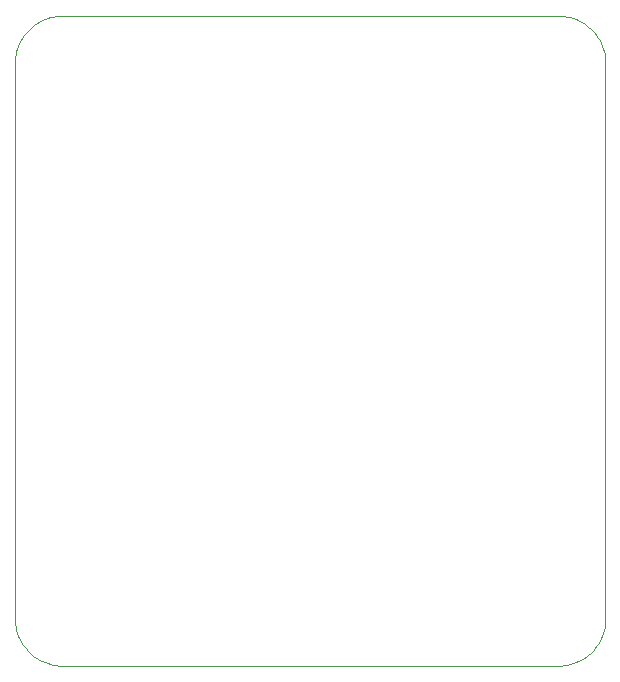
<source format=gko>
G04*
G04 #@! TF.GenerationSoftware,Altium Limited,Altium Designer,22.1.2 (22)*
G04*
G04 Layer_Color=16711935*
%FSLAX25Y25*%
%MOIN*%
G70*
G04*
G04 #@! TF.SameCoordinates,5B492A3F-CB9A-4010-B6E6-7C5E2EA9E8FC*
G04*
G04*
G04 #@! TF.FilePolarity,Positive*
G04*
G01*
G75*
%ADD105C,0.00098*%
D105*
X181102Y0D02*
X182091Y31D01*
X183076Y124D01*
X184053Y279D01*
X185019Y495D01*
X185969Y771D01*
X186900Y1106D01*
X187808Y1499D01*
X188689Y1948D01*
X189541Y2451D01*
X190359Y3008D01*
X191141Y3614D01*
X191883Y4268D01*
X192582Y4968D01*
X193236Y5710D01*
X193843Y6492D01*
X194399Y7310D01*
X194903Y8161D01*
X195352Y9043D01*
X195745Y9951D01*
X196080Y10882D01*
X196356Y11832D01*
X196572Y12797D01*
X196726Y13774D01*
X196819Y14759D01*
X196850Y15748D01*
Y200787D02*
X196819Y201776D01*
X196726Y202761D01*
X196572Y203738D01*
X196356Y204704D01*
X196080Y205654D01*
X195745Y206585D01*
X195352Y207493D01*
X194903Y208374D01*
X194399Y209226D01*
X193843Y210044D01*
X193236Y210826D01*
X192582Y211568D01*
X191883Y212267D01*
X191140Y212922D01*
X190359Y213528D01*
X189541Y214084D01*
X188689Y214587D01*
X187808Y215037D01*
X186900Y215430D01*
X185969Y215765D01*
X185019Y216041D01*
X184053Y216256D01*
X183076Y216411D01*
X182091Y216504D01*
X181102Y216535D01*
X15748D02*
X14759Y216504D01*
X13774Y216411D01*
X12797Y216256D01*
X11832Y216041D01*
X10882Y215765D01*
X9951Y215430D01*
X9043Y215037D01*
X8161Y214587D01*
X7310Y214084D01*
X6492Y213528D01*
X5710Y212922D01*
X4968Y212267D01*
X4268Y211568D01*
X3614Y210826D01*
X3008Y210044D01*
X2451Y209226D01*
X1948Y208374D01*
X1499Y207493D01*
X1106Y206585D01*
X771Y205654D01*
X495Y204704D01*
X279Y203738D01*
X124Y202761D01*
X31Y201776D01*
X0Y200787D01*
Y15748D02*
X31Y14759D01*
X124Y13774D01*
X279Y12797D01*
X495Y11832D01*
X771Y10882D01*
X1106Y9951D01*
X1499Y9043D01*
X1948Y8161D01*
X2451Y7310D01*
X3008Y6492D01*
X3614Y5710D01*
X4268Y4968D01*
X4968Y4268D01*
X5710Y3614D01*
X6492Y3008D01*
X7310Y2451D01*
X8161Y1948D01*
X9043Y1499D01*
X9951Y1106D01*
X10882Y771D01*
X11832Y495D01*
X12797Y279D01*
X13774Y124D01*
X14759Y31D01*
X15748Y0D01*
X181102D01*
X196850Y15748D02*
Y200787D01*
X15748Y216535D02*
X181102D01*
X0Y15748D02*
Y200787D01*
M02*

</source>
